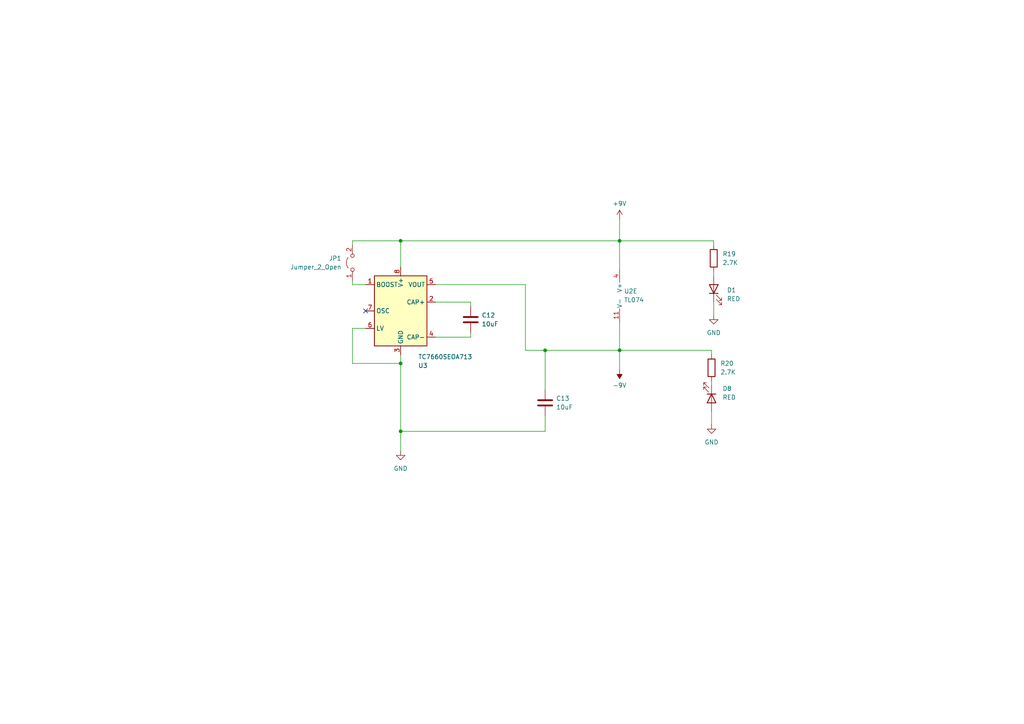
<source format=kicad_sch>
(kicad_sch (version 20230121) (generator eeschema)
  (paper "A4")
  (lib_symbols
    (symbol "Amplifier_Operational:TL074" (pin_names (offset 0.127))
      (property "Reference" "U" (at 0 5.08 0))
      (property "Value" "TL074" (at 0 -5.08 0))
      (symbol "TL074_1_1"
        (polyline (pts (xy -5.08 5.08) (xy 5.08 0) (xy -5.08 -5.08) (xy -5.08 5.08)) (stroke (width 0.254)) (fill (type background)))
        (pin output line (at 7.62 0 180) (length 2.54) (name "~") (number "1"))
        (pin input line (at -7.62 -2.54 0) (length 2.54) (name "-") (number "2"))
        (pin input line (at -7.62 2.54 0) (length 2.54) (name "+") (number "3"))
      )
      (symbol "TL074_2_1"
        (polyline (pts (xy -5.08 5.08) (xy 5.08 0) (xy -5.08 -5.08) (xy -5.08 5.08)) (stroke (width 0.254)) (fill (type background)))
        (pin input line (at -7.62 2.54 0) (length 2.54) (name "+") (number "5"))
        (pin input line (at -7.62 -2.54 0) (length 2.54) (name "-") (number "6"))
        (pin output line (at 7.62 0 180) (length 2.54) (name "~") (number "7"))
      )
      (symbol "TL074_3_1"
        (polyline (pts (xy -5.08 5.08) (xy 5.08 0) (xy -5.08 -5.08) (xy -5.08 5.08)) (stroke (width 0.254)) (fill (type background)))
        (pin input line (at -7.62 2.54 0) (length 2.54) (name "+") (number "10"))
        (pin output line (at 7.62 0 180) (length 2.54) (name "~") (number "8"))
        (pin input line (at -7.62 -2.54 0) (length 2.54) (name "-") (number "9"))
      )
      (symbol "TL074_4_1"
        (polyline (pts (xy -5.08 5.08) (xy 5.08 0) (xy -5.08 -5.08) (xy -5.08 5.08)) (stroke (width 0.254)) (fill (type background)))
        (pin input line (at -7.62 2.54 0) (length 2.54) (name "+") (number "12"))
        (pin input line (at -7.62 -2.54 0) (length 2.54) (name "-") (number "13"))
        (pin output line (at 7.62 0 180) (length 2.54) (name "~") (number "14"))
      )
      (symbol "TL074_5_1"
        (pin power_in line (at -2.54 -7.62 90) (length 3.81) (name "V-") (number "11"))
        (pin power_in line (at -2.54 7.62 270) (length 3.81) (name "V+") (number "4"))
      )
    )
    (symbol "Converter_DCDC:TC7662Bx0A"
      (property "Reference" "U" (at -6.35 11.43 0))
      (property "Value" "TC7662Bx0A" (at 7.62 11.43 0))
      (symbol "TC7662Bx0A_0_1"
        (rectangle (start -7.62 10.16) (end 7.62 -10.16) (stroke (width 0.254)) (fill (type background)))
      )
      (symbol "TC7662Bx0A_1_1"
        (pin input line (at -10.16 7.62 0) (length 2.54) (name "BOOST") (number "1"))
        (pin passive line (at 10.16 2.54 180) (length 2.54) (name "CAP+") (number "2"))
        (pin power_in line (at 0 -12.7 90) (length 2.54) (name "GND") (number "3"))
        (pin passive line (at 10.16 -7.62 180) (length 2.54) (name "CAP-") (number "4"))
        (pin power_out line (at 10.16 7.62 180) (length 2.54) (name "VOUT") (number "5"))
        (pin input line (at -10.16 -5.08 0) (length 2.54) (name "LV") (number "6"))
        (pin passive line (at -10.16 0 0) (length 2.54) (name "OSC") (number "7"))
        (pin power_in line (at 0 12.7 270) (length 2.54) (name "V+") (number "8"))
      )
    )
    (symbol "Device:C" (pin_numbers hide) (pin_names (offset 0.254))
      (property "Reference" "C" (at 0.635 2.54 0))
      (property "Value" "C" (at 0.635 -2.54 0))
      (symbol "C_0_1"
        (polyline (pts (xy -2.032 -0.762) (xy 2.032 -0.762)) (stroke (width 0.508)))
        (polyline (pts (xy -2.032 0.762) (xy 2.032 0.762)) (stroke (width 0.508)))
      )
      (symbol "C_1_1"
        (pin passive line (at 0 3.81 270) (length 2.794) (name "~") (number "1"))
        (pin passive line (at 0 -3.81 90) (length 2.794) (name "~") (number "2"))
      )
    )
    (symbol "Device:LED" (pin_numbers hide) (pin_names (offset 1.016) hide)
      (property "Reference" "D" (at 0 2.54 0))
      (property "Value" "LED" (at 0 -2.54 0))
      (symbol "LED_0_1"
        (polyline (pts (xy -1.27 -1.27) (xy -1.27 1.27)) (stroke (width 0.254)))
        (polyline (pts (xy -1.27 0) (xy 1.27 0)))
        (polyline (pts (xy 1.27 -1.27) (xy 1.27 1.27) (xy -1.27 0) (xy 1.27 -1.27)) (stroke (width 0.254)))
        (polyline (pts (xy -3.048 -0.762) (xy -4.572 -2.286) (xy -3.81 -2.286) (xy -4.572 -2.286) (xy -4.572 -1.524)))
        (polyline (pts (xy -1.778 -0.762) (xy -3.302 -2.286) (xy -2.54 -2.286) (xy -3.302 -2.286) (xy -3.302 -1.524)))
      )
      (symbol "LED_1_1"
        (pin passive line (at -3.81 0 0) (length 2.54) (name "K") (number "1"))
        (pin passive line (at 3.81 0 180) (length 2.54) (name "A") (number "2"))
      )
    )
    (symbol "Device:R" (pin_numbers hide) (pin_names (offset 0))
      (property "Reference" "R" (at 2.032 0 90))
      (property "Value" "R" (at 0 0 90))
      (symbol "R_0_1"
        (rectangle (start -1.016 -2.54) (end 1.016 2.54) (stroke (width 0.254)))
      )
      (symbol "R_1_1"
        (pin passive line (at 0 3.81 270) (length 1.27) (name "~") (number "1"))
        (pin passive line (at 0 -3.81 90) (length 1.27) (name "~") (number "2"))
      )
    )
    (symbol "Jumper:Jumper_2_Open" (pin_names (offset 0) hide)
      (property "Reference" "JP" (at 0 2.794 0))
      (property "Value" "Jumper_2_Open" (at 0 -2.286 0))
      (symbol "Jumper_2_Open_0_0"
        (circle (center -2.032 0) (radius 0.508))
        (circle (center 2.032 0) (radius 0.508))
      )
      (symbol "Jumper_2_Open_0_1"
        (arc (start 1.524 1.27) (mid 0 1.778) (end -1.524 1.27))
      )
      (symbol "Jumper_2_Open_1_1"
        (pin passive line (at -5.08 0 0) (length 2.54) (name "A") (number "1"))
        (pin passive line (at 5.08 0 180) (length 2.54) (name "B") (number "2"))
      )
    )
    (symbol "power:+9V" (power) (pin_names (offset 0))
      (property "Value" "+9V" (at 0 3.556 0))
      (symbol "+9V_0_1"
        (polyline (pts (xy -0.762 1.27) (xy 0 2.54)))
        (polyline (pts (xy 0 0) (xy 0 2.54)))
        (polyline (pts (xy 0 2.54) (xy 0.762 1.27)))
      )
      (symbol "+9V_1_1"
        (pin power_in line (at 0 0 90) (length 0) hide (name "+9V") (number "1"))
      )
    )
    (symbol "power:-9V" (power) (pin_names (offset 0))
      (property "Value" "-9V" (at 0 3.81 0))
      (symbol "-9V_0_1"
        (polyline (pts (xy 0 0) (xy 0 2.54)))
        (polyline (pts (xy 0.762 1.27) (xy -0.762 1.27) (xy 0 2.54) (xy 0.762 1.27)) (fill (type outline)))
      )
      (symbol "-9V_1_1"
        (pin power_in line (at 0 0 90) (length 0) hide (name "-9V") (number "1"))
      )
    )
    (symbol "power:GND" (power) (pin_names (offset 0))
      (property "Value" "GND" (at 0 -3.81 0))
      (symbol "GND_0_1"
        (polyline (pts (xy 0 0) (xy 0 -1.27) (xy 1.27 -1.27) (xy 0 -2.54) (xy -1.27 -1.27) (xy 0 -1.27)))
      )
      (symbol "GND_1_1"
        (pin power_in line (at 0 0 270) (length 0) hide (name "GND") (number "1"))
      )
    )
  )
  (junction (at 116.205 69.85))
  (junction (at 116.205 125.095))
  (junction (at 116.205 105.41))
  (junction (at 179.705 69.85))
  (junction (at 179.705 101.6))
  (junction (at 158.115 101.6))
  (no_connect (at 106.045 90.17))
  (wire (pts (xy 179.705 63.5) (xy 179.705 69.85)))
  (wire (pts (xy 158.115 101.6) (xy 158.115 113.03)))
  (wire (pts (xy 152.4 82.55) (xy 152.4 101.6)))
  (wire (pts (xy 102.235 69.85) (xy 116.205 69.85)))
  (wire (pts (xy 136.525 87.63) (xy 126.365 87.63)))
  (wire (pts (xy 102.235 95.25) (xy 102.235 105.41)))
  (wire (pts (xy 126.365 82.55) (xy 152.4 82.55)))
  (wire (pts (xy 102.235 71.12) (xy 102.235 69.85)))
  (wire (pts (xy 179.705 69.85) (xy 179.705 78.105)))
  (wire (pts (xy 158.115 120.65) (xy 158.115 125.095)))
  (wire (pts (xy 158.115 101.6) (xy 179.705 101.6)))
  (wire (pts (xy 207.01 87.63) (xy 207.01 91.44)))
  (wire (pts (xy 102.235 105.41) (xy 116.205 105.41)))
  (wire (pts (xy 206.375 111.76) (xy 206.375 110.49)))
  (wire (pts (xy 206.375 102.87) (xy 206.375 101.6)))
  (wire (pts (xy 106.045 82.55) (xy 102.235 82.55)))
  (wire (pts (xy 179.705 101.6) (xy 179.705 93.345)))
  (wire (pts (xy 116.205 69.85) (xy 179.705 69.85)))
  (wire (pts (xy 158.115 125.095) (xy 116.205 125.095)))
  (wire (pts (xy 102.235 82.55) (xy 102.235 81.28)))
  (wire (pts (xy 152.4 101.6) (xy 158.115 101.6)))
  (wire (pts (xy 179.705 101.6) (xy 206.375 101.6)))
  (wire (pts (xy 206.375 119.38) (xy 206.375 123.19)))
  (wire (pts (xy 116.205 125.095) (xy 116.205 130.81)))
  (wire (pts (xy 207.01 80.01) (xy 207.01 78.74)))
  (wire (pts (xy 136.525 88.9) (xy 136.525 87.63)))
  (wire (pts (xy 126.365 97.79) (xy 136.525 97.79)))
  (wire (pts (xy 116.205 77.47) (xy 116.205 69.85)))
  (wire (pts (xy 207.01 69.85) (xy 179.705 69.85)))
  (wire (pts (xy 179.705 101.6) (xy 179.705 107.315)))
  (wire (pts (xy 106.045 95.25) (xy 102.235 95.25)))
  (wire (pts (xy 207.01 71.12) (xy 207.01 69.85)))
  (wire (pts (xy 116.205 102.87) (xy 116.205 105.41)))
  (wire (pts (xy 136.525 97.79) (xy 136.525 96.52)))
  (wire (pts (xy 116.205 105.41) (xy 116.205 125.095)))
  (symbol (lib_id "power:+9V") (at 179.705 63.5 0) (unit 1)
    (property "Reference" "#PWR015" (effects hide))
    (property "Value" "+9V" (at 179.705 59.055 0))
  )
  (symbol (lib_id "power:GND") (at 207.01 91.44 0) (unit 1)
    (property "Reference" "#PWR020" (effects hide))
    (property "Value" "GND" (at 207.01 96.52 0))
  )
  (symbol (lib_id "Device:C") (at 158.115 116.84 0) (unit 1)
    (property "Reference" "C13" (at 161.29 115.57 0) (effects (justify left)))
    (property "Value" "10uF" (at 161.29 118.11 0) (effects (justify left)))
    (property "Footprint" "Capacitor_SMD:C_0805_2012Metric_Pad1.18x1.45mm_HandSolder" (effects hide))
    (property "Datasheet" "https://datasheet.lcsc.com/lcsc/2304140030_Samsung-Electro-Mechanics-CL10A106MQ8NNNC_C1691.pdf" (effects hide))
  )
  (symbol (lib_id "Amplifier_Operational:TL074") (at 182.245 85.725 0) (unit 5)
    (property "Reference" "U2" (at 180.975 84.455 0) (effects (justify left)))
    (property "Value" "TL074" (at 180.975 86.995 0) (effects (justify left)))
    (property "Footprint" "Package_SO:SOIC-8_3.9x4.9mm_P1.27mm" (effects hide))
    (property "Datasheet" "http://www.ti.com/lit/ds/symlink/tl071.pdf" (effects hide))
    (property "LCSC" "C12594" (effects hide))
  )
  (symbol (lib_id "Device:R") (at 207.01 74.93 0) (unit 1)
    (property "Reference" "R19" (at 209.55 73.66 0) (effects (justify left)))
    (property "Value" "2.7K" (at 209.55 76.2 0) (effects (justify left)))
  )
  (symbol (lib_id "Device:LED") (at 206.375 115.57 270) (unit 1)
    (property "Reference" "D8" (at 209.55 112.7125 90) (effects (justify left)))
    (property "Value" "RED" (at 209.55 115.2525 90) (effects (justify left)))
  )
  (symbol (lib_id "power:-9V") (at 179.705 107.315 180) (unit 1)
    (property "Reference" "#PWR014" (effects hide))
    (property "Value" "-9V" (at 179.705 111.76 0))
  )
  (symbol (lib_id "power:GND") (at 206.375 123.19 0) (unit 1)
    (property "Reference" "#PWR021" (effects hide))
    (property "Value" "GND" (at 206.375 128.27 0))
  )
  (symbol (lib_id "power:GND") (at 116.205 130.81 0) (unit 1)
    (property "Reference" "#PWR016" (effects hide))
    (property "Value" "GND" (at 116.205 135.89 0))
  )
  (symbol (lib_id "Device:C") (at 136.525 92.71 0) (unit 1)
    (property "Reference" "C12" (at 139.7 91.44 0) (effects (justify left)))
    (property "Value" "10uF" (at 139.7 93.98 0) (effects (justify left)))
    (property "Footprint" "Capacitor_SMD:C_0805_2012Metric_Pad1.18x1.45mm_HandSolder" (effects hide))
    (property "Datasheet" "https://datasheet.lcsc.com/lcsc/2304140030_Samsung-Electro-Mechanics-CL10A106MQ8NNNC_C1691.pdf" (effects hide))
  )
  (symbol (lib_id "Jumper:Jumper_2_Open") (at 102.235 76.2 90) (unit 1)
    (property "Reference" "JP1" (at 99.06 74.93 90) (effects (justify left)))
    (property "Value" "Jumper_2_Open" (at 99.06 77.47 90) (effects (justify left)))
    (property "Footprint" "Jumper:SolderJumper-2_P1.3mm_Open_RoundedPad1.0x1.5mm" (effects hide))
  )
  (symbol (lib_id "Converter_DCDC:TC7662Bx0A") (at 116.205 90.17 0) (unit 1)
    (property "Reference" "U3" (at 121.285 106.045 0) (effects (justify left)))
    (property "Value" "TC7660SEOA713" (at 121.285 103.505 0) (effects (justify left)))
    (property "Footprint" "Package_SO:SOIC-8_3.9x4.9mm_P1.27mm" (effects hide))
    (property "Datasheet" "https://datasheet.lcsc.com/lcsc/1811082216_Microchip-Tech-TC7660SEOA713_C144305.pdf" (effects hide))
    (property "LCSC" "C144305" (effects hide))
  )
  (symbol (lib_id "Device:R") (at 206.375 106.68 0) (unit 1)
    (property "Reference" "R20" (at 208.915 105.41 0) (effects (justify left)))
    (property "Value" "2.7K" (at 208.915 107.95 0) (effects (justify left)))
  )
  (symbol (lib_id "Device:LED") (at 207.01 83.82 90) (unit 1)
    (property "Reference" "D1" (at 210.82 84.1375 90) (effects (justify right)))
    (property "Value" "RED" (at 210.82 86.6775 90) (effects (justify right)))
  )
)
</source>
